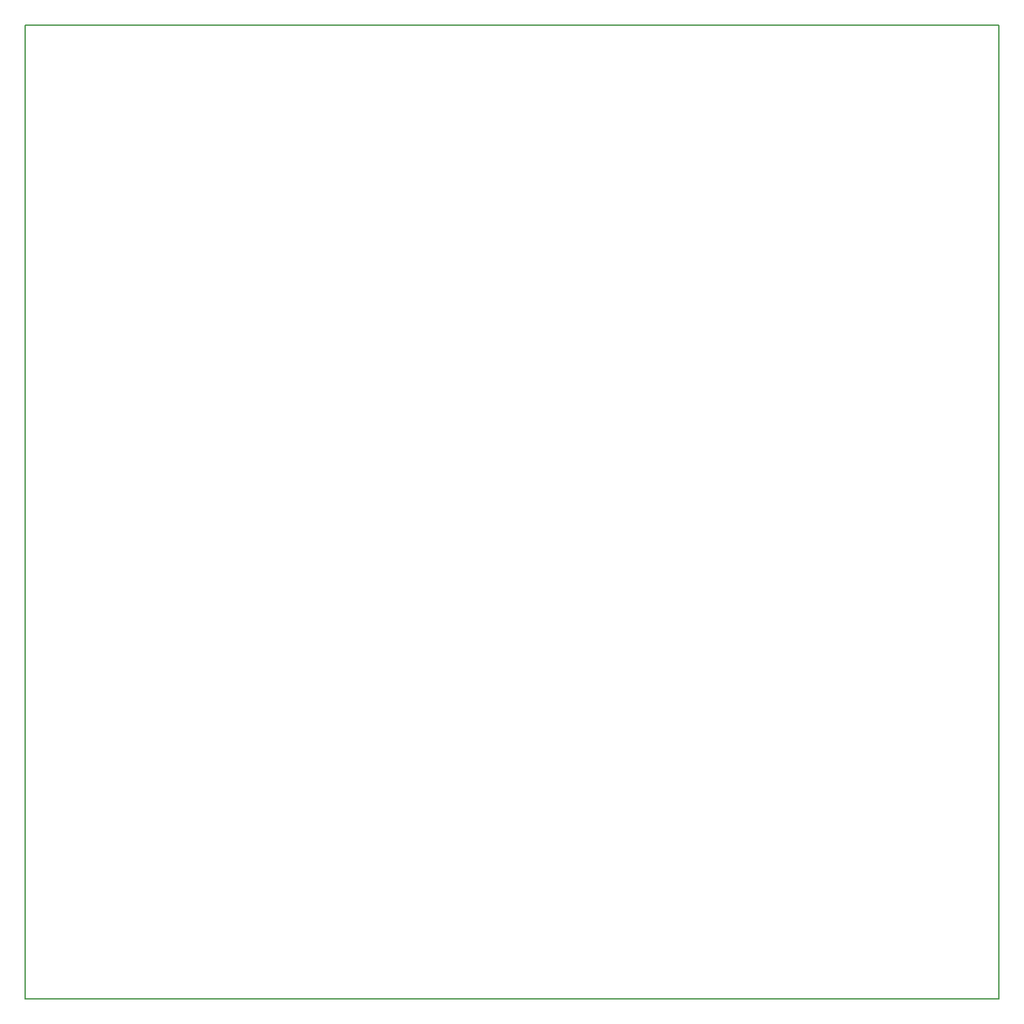
<source format=gko>
G04 DipTrace 2.4.0.2*
%IN64xAPA102x16mm.gko*%
%MOMM*%
%ADD11C,0.14*%
%FSLAX53Y53*%
G04*
G71*
G90*
G75*
G01*
%LNBoardOutline*%
%LPD*%
X10000Y10000D2*
D11*
X138000D1*
Y138000D1*
X10000D1*
Y10000D1*
M02*

</source>
